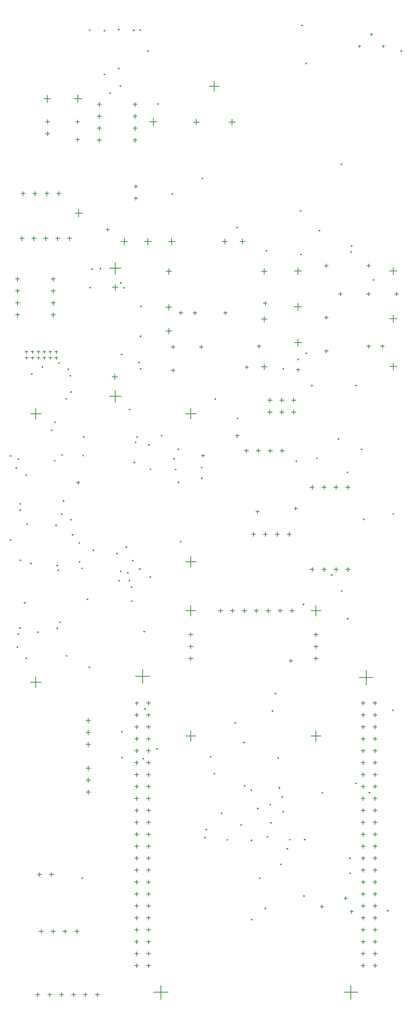
<source format=gbr>
G04 Layer_Color=128*
%FSLAX26Y26*%
%MOIN*%
%TF.FileFunction,Drillmap*%
%TF.Part,Single*%
G01*
G75*
%TA.AperFunction,NonConductor*%
%ADD148C,0.005000*%
D148*
X587620Y6877000D02*
X650612Y6877000D01*
X619116Y6845504D02*
X619116Y6908496D01*
X285584Y859252D02*
X321017Y859252D01*
X303300Y841535D02*
X303300Y876968D01*
X385584Y859252D02*
X421017Y859252D01*
X403300Y841535D02*
X403300Y876968D01*
X485584Y859252D02*
X521016Y859252D01*
X503300Y841535D02*
X503300Y876968D01*
X585583Y859252D02*
X621016Y859252D01*
X603300Y841535D02*
X603300Y876968D01*
X680015Y2626410D02*
X719385Y2626410D01*
X699700Y2606725D02*
X699700Y2646095D01*
X680015Y2526410D02*
X719385Y2526410D01*
X699700Y2506725D02*
X699700Y2546095D01*
X680015Y2426410D02*
X719385Y2426410D01*
X699700Y2406725D02*
X699700Y2446095D01*
X680015Y2026410D02*
X719385Y2026410D01*
X699700Y2006725D02*
X699700Y2046095D01*
X680015Y2126410D02*
X719385Y2126410D01*
X699700Y2106725D02*
X699700Y2146095D01*
X680015Y2226410D02*
X719385Y2226410D01*
X699700Y2206725D02*
X699700Y2246095D01*
X1791984Y3546410D02*
X1827417Y3546410D01*
X1809700Y3528693D02*
X1809700Y3564126D01*
X1891984Y3546410D02*
X1927417Y3546410D01*
X1909700Y3528693D02*
X1909700Y3564126D01*
X1991984Y3546410D02*
X2027417Y3546410D01*
X2009700Y3528693D02*
X2009700Y3564126D01*
X2091983Y3546410D02*
X2127416Y3546410D01*
X2109700Y3528693D02*
X2109700Y3564126D01*
X2291983Y3546410D02*
X2327416Y3546410D01*
X2309700Y3528693D02*
X2309700Y3564126D01*
X2391983Y3546410D02*
X2427416Y3546410D01*
X2409700Y3528693D02*
X2409700Y3564126D01*
X2191983Y3546410D02*
X2227416Y3546410D01*
X2209700Y3528693D02*
X2209700Y3564126D01*
X271986Y1336410D02*
X307418Y1336410D01*
X289702Y1318694D02*
X289702Y1354127D01*
X371986Y1336410D02*
X407418Y1336410D01*
X389702Y1318694D02*
X389702Y1354127D01*
X1541984Y3346410D02*
X1577417Y3346410D01*
X1559700Y3328693D02*
X1559700Y3364126D01*
X1541984Y3246410D02*
X1577417Y3246410D01*
X1559700Y3228693D02*
X1559700Y3264126D01*
X1541984Y3146410D02*
X1577417Y3146410D01*
X1559700Y3128693D02*
X1559700Y3164126D01*
X2591983Y3346410D02*
X2627416Y3346410D01*
X2609700Y3328693D02*
X2609700Y3364126D01*
X2591983Y3246410D02*
X2627416Y3246410D01*
X2609700Y3228693D02*
X2609700Y3264126D01*
X2591983Y3146410D02*
X2627416Y3146410D01*
X2609700Y3128693D02*
X2609700Y3164126D01*
X1517200Y3546410D02*
X1602200Y3546410D01*
X1559700Y3503910D02*
X1559700Y3588910D01*
X2567200Y2496410D02*
X2652200Y2496410D01*
X2609700Y2453910D02*
X2609700Y2538910D01*
X2567200Y3546410D02*
X2652200Y3546410D01*
X2609700Y3503910D02*
X2609700Y3588910D01*
X1517200Y2496410D02*
X1602200Y2496410D01*
X1559700Y2453910D02*
X1559700Y2538910D01*
X214700Y5196410D02*
X304700Y5196410D01*
X259700Y5151410D02*
X259700Y5241410D01*
X1514700Y5196410D02*
X1604700Y5196410D01*
X1559700Y5151410D02*
X1559700Y5241410D01*
X214700Y2946410D02*
X304700Y2946410D01*
X259700Y2901410D02*
X259700Y2991410D01*
X1514700Y3956410D02*
X1604700Y3956410D01*
X1559700Y3911410D02*
X1559700Y4001410D01*
X2843261Y348426D02*
X2961371Y348426D01*
X2902316Y289371D02*
X2902316Y407481D01*
X1249369Y348426D02*
X1367479Y348426D01*
X1308424Y289371D02*
X1308424Y407481D01*
X1096315Y2997000D02*
X1214425Y2997000D01*
X1155370Y2937945D02*
X1155370Y3056055D01*
X2971213Y2986220D02*
X3089323Y2986220D01*
X3030268Y2927165D02*
X3030268Y3045275D01*
X1370227Y6640158D02*
X1425345Y6640158D01*
X1397786Y6612599D02*
X1397786Y6667717D01*
X1971409Y6640158D02*
X2014716Y6640158D01*
X1993062Y6618505D02*
X1993062Y6661811D01*
X1822591Y6640158D02*
X1865898Y6640158D01*
X1844244Y6618505D02*
X1844244Y6661811D01*
X973377Y6640158D02*
X1028495Y6640158D01*
X1000936Y6612599D02*
X1000936Y6667717D01*
X1171803Y6640158D02*
X1226921Y6640158D01*
X1199362Y6612599D02*
X1199362Y6667717D01*
X1396094Y5559960D02*
X1426094Y5559960D01*
X1411094Y5544960D02*
X1411094Y5574960D01*
X1396094Y5756812D02*
X1426094Y5756812D01*
X1411094Y5741812D02*
X1411094Y5771812D01*
X1632314Y5756812D02*
X1662314Y5756812D01*
X1647314Y5741812D02*
X1647314Y5771812D01*
X1578260Y6042402D02*
X1608260Y6042402D01*
X1593260Y6027402D02*
X1593260Y6057402D01*
X1460150Y6042402D02*
X1490150Y6042402D01*
X1475150Y6027402D02*
X1475150Y6057402D01*
X1834164Y6042402D02*
X1864164Y6042402D01*
X1849164Y6027402D02*
X1849164Y6057402D01*
X2168810Y6121142D02*
X2198810Y6121142D01*
X2183810Y6106142D02*
X2183810Y6136142D01*
X2680622Y6436102D02*
X2710622Y6436102D01*
X2695622Y6421102D02*
X2695622Y6451102D01*
X3034952Y6436102D02*
X3064952Y6436102D01*
X3049952Y6421102D02*
X3049952Y6451102D01*
X3271172Y6199882D02*
X3301172Y6199882D01*
X3286172Y6184882D02*
X3286172Y6214882D01*
X3034952Y6199882D02*
X3064952Y6199882D01*
X3049952Y6184882D02*
X3049952Y6214882D01*
X2798732Y6199882D02*
X2828732Y6199882D01*
X2813732Y6184882D02*
X2813732Y6214882D01*
X2680622Y6003032D02*
X2710622Y6003032D01*
X2695622Y5988032D02*
X2695622Y6018032D01*
X2444402Y5564960D02*
X2474402Y5564960D01*
X2459402Y5549960D02*
X2459402Y5579960D01*
X2680622Y5722442D02*
X2710622Y5722442D01*
X2695622Y5707442D02*
X2695622Y5737442D01*
X3034952Y5761812D02*
X3064952Y5761812D01*
X3049952Y5746812D02*
X3049952Y5776812D01*
X3153064Y5761812D02*
X3183064Y5761812D01*
X3168064Y5746812D02*
X3168064Y5776812D01*
X256644Y328740D02*
X292077Y328740D01*
X274360Y311024D02*
X274360Y346457D01*
X356644Y328740D02*
X392077Y328740D01*
X374360Y311024D02*
X374360Y346457D01*
X456644Y328740D02*
X492077Y328740D01*
X474360Y311024D02*
X474360Y346457D01*
X556644Y328740D02*
X592077Y328740D01*
X574360Y311024D02*
X574360Y346457D01*
X656644Y328740D02*
X692077Y328740D01*
X674360Y311024D02*
X674360Y346457D01*
X756644Y328740D02*
X792077Y328740D01*
X774360Y311024D02*
X774360Y346457D01*
X1085384Y7101180D02*
X1112944Y7101180D01*
X1099164Y7087400D02*
X1099164Y7114959D01*
X1085384Y7001180D02*
X1112944Y7001180D01*
X1099164Y6987400D02*
X1099164Y7014959D01*
X773970Y7787796D02*
X809403Y7787796D01*
X791686Y7770079D02*
X791686Y7805512D01*
X773970Y7687796D02*
X809403Y7687796D01*
X791686Y7670079D02*
X791686Y7705512D01*
X773970Y7587796D02*
X809403Y7587796D01*
X791686Y7570079D02*
X791686Y7605512D01*
X773970Y7487796D02*
X809403Y7487796D01*
X791686Y7470079D02*
X791686Y7505512D01*
X1073969Y7787796D02*
X1109402Y7787796D01*
X1091686Y7770079D02*
X1091686Y7805512D01*
X1073969Y7687796D02*
X1109402Y7687796D01*
X1091686Y7670079D02*
X1091686Y7705512D01*
X1073969Y7587796D02*
X1109402Y7587796D01*
X1091686Y7570079D02*
X1091686Y7605512D01*
X1073969Y7487796D02*
X1109402Y7487796D01*
X1091686Y7470079D02*
X1091686Y7505512D01*
X86963Y6324606D02*
X122397Y6324606D01*
X104680Y6306890D02*
X104680Y6342323D01*
X86963Y6224606D02*
X122397Y6224606D01*
X104680Y6206890D02*
X104680Y6242323D01*
X86963Y6124606D02*
X122397Y6124606D01*
X104680Y6106890D02*
X104680Y6142323D01*
X86963Y6024606D02*
X122397Y6024606D01*
X104680Y6006890D02*
X104680Y6042323D01*
X386964Y6324606D02*
X422397Y6324606D01*
X404680Y6306890D02*
X404680Y6342323D01*
X386964Y6224606D02*
X422397Y6224606D01*
X404680Y6206890D02*
X404680Y6242323D01*
X386964Y6124606D02*
X422397Y6124606D01*
X404680Y6106890D02*
X404680Y6142323D01*
X386964Y6024606D02*
X422397Y6024606D01*
X404680Y6006890D02*
X404680Y6042323D01*
X3229874Y6391732D02*
X3288930Y6391732D01*
X3259402Y6362204D02*
X3259402Y6421260D01*
X3229874Y5991732D02*
X3288930Y5991732D01*
X3259402Y5962204D02*
X3259402Y6021260D01*
X3229874Y5591732D02*
X3288930Y5591732D01*
X3259402Y5562204D02*
X3259402Y5621260D01*
X2429874Y6391732D02*
X2488930Y6391732D01*
X2459402Y6362204D02*
X2459402Y6421260D01*
X2429874Y5791732D02*
X2488930Y5791732D01*
X2459402Y5762204D02*
X2459402Y5821260D01*
X2429874Y6091732D02*
X2488930Y6091732D01*
X2459402Y6062204D02*
X2459402Y6121260D01*
X594008Y7494094D02*
X624008Y7494094D01*
X609008Y7479094D02*
X609008Y7509094D01*
X594008Y7643700D02*
X624008Y7643700D01*
X609008Y7628700D02*
X609008Y7658700D01*
X1581000Y7640000D02*
X1631000Y7640000D01*
X1606000Y7615000D02*
X1606000Y7665000D01*
X1881000Y7640000D02*
X1931000Y7640000D01*
X1906000Y7615000D02*
X1906000Y7665000D01*
X1715000Y7940000D02*
X1797000Y7940000D01*
X1756000Y7899000D02*
X1756000Y7981000D01*
X225347Y6665158D02*
X260781Y6665158D01*
X243064Y6647441D02*
X243064Y6682874D01*
X325348Y6665158D02*
X360781Y6665158D01*
X343064Y6647441D02*
X343064Y6682874D01*
X425348Y6665158D02*
X460781Y6665158D01*
X443064Y6647441D02*
X443064Y6682874D01*
X525347Y6665158D02*
X560780Y6665158D01*
X543064Y6647441D02*
X543064Y6682874D01*
X125347Y6665158D02*
X160780Y6665158D01*
X143064Y6647441D02*
X143064Y6682874D01*
X2859796Y3891732D02*
X2895229Y3891732D01*
X2877512Y3874015D02*
X2877512Y3909448D01*
X2759796Y3891732D02*
X2795229Y3891732D01*
X2777512Y3874015D02*
X2777512Y3909448D01*
X2659796Y3891732D02*
X2695229Y3891732D01*
X2677512Y3874015D02*
X2677512Y3909448D01*
X2559796Y3891732D02*
X2595229Y3891732D01*
X2577512Y3874015D02*
X2577512Y3909448D01*
X133811Y7041338D02*
X169244Y7041338D01*
X151528Y7023622D02*
X151528Y7059055D01*
X233811Y7041338D02*
X269245Y7041338D01*
X251528Y7023622D02*
X251528Y7059055D01*
X333812Y7041338D02*
X369245Y7041338D01*
X351528Y7023622D02*
X351528Y7059055D01*
X433812Y7041338D02*
X469245Y7041338D01*
X451528Y7023622D02*
X451528Y7059055D01*
X2859796Y4580708D02*
X2895229Y4580708D01*
X2877512Y4562992D02*
X2877512Y4598425D01*
X2759796Y4580708D02*
X2795229Y4580708D01*
X2777512Y4562992D02*
X2777512Y4598425D01*
X2659796Y4580708D02*
X2695229Y4580708D01*
X2677512Y4562992D02*
X2677512Y4598425D01*
X2559796Y4580708D02*
X2595229Y4580708D01*
X2577512Y4562992D02*
X2577512Y4598425D01*
X2308613Y4885826D02*
X2344046Y4885826D01*
X2326330Y4868109D02*
X2326330Y4903542D01*
X2208613Y4885826D02*
X2244046Y4885826D01*
X2226330Y4868109D02*
X2226330Y4903542D01*
X2108613Y4885826D02*
X2144046Y4885826D01*
X2126330Y4868109D02*
X2126330Y4903542D01*
X2008613Y4885826D02*
X2044046Y4885826D01*
X2026330Y4868109D02*
X2026330Y4903542D01*
X2367669Y4187008D02*
X2403102Y4187008D01*
X2385386Y4169292D02*
X2385386Y4204725D01*
X2267669Y4187008D02*
X2303102Y4187008D01*
X2285386Y4169292D02*
X2285386Y4204725D01*
X2167669Y4187008D02*
X2203102Y4187008D01*
X2185386Y4169292D02*
X2185386Y4204725D01*
X2067669Y4187008D02*
X2103102Y4187008D01*
X2085386Y4169292D02*
X2085386Y4204725D01*
X2964700Y8276410D02*
X2984700Y8276410D01*
X2974700Y8266410D02*
X2974700Y8286410D01*
X3164700Y8276410D02*
X3184700Y8276410D01*
X3174700Y8266410D02*
X3174700Y8286410D01*
X3064700Y8376410D02*
X3084700Y8376410D01*
X3074700Y8366410D02*
X3074700Y8386410D01*
X2205465Y5310630D02*
X2240898Y5310630D01*
X2223182Y5292913D02*
X2223182Y5328346D01*
X2305465Y5310630D02*
X2340898Y5310630D01*
X2323182Y5292913D02*
X2323182Y5328346D01*
X2405465Y5310630D02*
X2440898Y5310630D01*
X2423182Y5292913D02*
X2423182Y5328346D01*
X2405465Y5210630D02*
X2440898Y5210630D01*
X2423182Y5192913D02*
X2423182Y5228346D01*
X2305465Y5210630D02*
X2340898Y5210630D01*
X2323182Y5192913D02*
X2323182Y5228346D01*
X2205465Y5210630D02*
X2240898Y5210630D01*
X2223182Y5192913D02*
X2223182Y5228346D01*
X2150346Y5588190D02*
X2197590Y5588190D01*
X2173968Y5564568D02*
X2173968Y5611812D01*
X2150346Y6388190D02*
X2197590Y6388190D01*
X2173968Y6364568D02*
X2173968Y6411812D01*
X1350346Y5888190D02*
X1397590Y5888190D01*
X1373968Y5864568D02*
X1373968Y5911812D01*
X1350346Y6088190D02*
X1397590Y6088190D01*
X1373968Y6064568D02*
X1373968Y6111812D01*
X1350346Y6388190D02*
X1397590Y6388190D01*
X1373968Y6364568D02*
X1373968Y6411812D01*
X2150346Y5988190D02*
X2197590Y5988190D01*
X2173968Y5964568D02*
X2173968Y6011812D01*
X898868Y5505622D02*
X945868Y5505622D01*
X922368Y5482122D02*
X922368Y5529122D01*
X900468Y6254222D02*
X947468Y6254222D01*
X923968Y6230722D02*
X923968Y6277722D01*
X873968Y6416122D02*
X973968Y6416122D01*
X923968Y6366122D02*
X923968Y6466122D01*
X873968Y5343722D02*
X973968Y5343722D01*
X923968Y5293722D02*
X923968Y5393722D01*
X1090370Y2772000D02*
X1120370Y2772000D01*
X1105370Y2757000D02*
X1105370Y2787000D01*
X2989622Y572000D02*
X3021118Y572000D01*
X3005370Y556252D02*
X3005370Y587748D01*
X2989622Y672000D02*
X3021118Y672000D01*
X3005370Y656252D02*
X3005370Y687748D01*
X2989622Y772000D02*
X3021118Y772000D01*
X3005370Y756252D02*
X3005370Y787748D01*
X2989622Y872000D02*
X3021118Y872000D01*
X3005370Y856252D02*
X3005370Y887748D01*
X2989622Y972000D02*
X3021118Y972000D01*
X3005370Y956252D02*
X3005370Y987748D01*
X2989622Y1072000D02*
X3021118Y1072000D01*
X3005370Y1056252D02*
X3005370Y1087748D01*
X2989622Y1172000D02*
X3021118Y1172000D01*
X3005370Y1156252D02*
X3005370Y1187748D01*
X2989622Y1272000D02*
X3021118Y1272000D01*
X3005370Y1256252D02*
X3005370Y1287748D01*
X2989622Y1372000D02*
X3021118Y1372000D01*
X3005370Y1356252D02*
X3005370Y1387748D01*
X2989622Y1472000D02*
X3021118Y1472000D01*
X3005370Y1456252D02*
X3005370Y1487748D01*
X2989622Y1572000D02*
X3021118Y1572000D01*
X3005370Y1556252D02*
X3005370Y1587748D01*
X2989622Y1672000D02*
X3021118Y1672000D01*
X3005370Y1656252D02*
X3005370Y1687748D01*
X2989622Y1772000D02*
X3021118Y1772000D01*
X3005370Y1756252D02*
X3005370Y1787748D01*
X2989622Y1872000D02*
X3021118Y1872000D01*
X3005370Y1856252D02*
X3005370Y1887748D01*
X2989622Y1972000D02*
X3021118Y1972000D01*
X3005370Y1956252D02*
X3005370Y1987748D01*
X2989622Y2072000D02*
X3021118Y2072000D01*
X3005370Y2056252D02*
X3005370Y2087748D01*
X2989622Y2172000D02*
X3021118Y2172000D01*
X3005370Y2156252D02*
X3005370Y2187748D01*
X2989622Y2272000D02*
X3021118Y2272000D01*
X3005370Y2256252D02*
X3005370Y2287748D01*
X2989622Y2372000D02*
X3021118Y2372000D01*
X3005370Y2356252D02*
X3005370Y2387748D01*
X2989622Y2472000D02*
X3021118Y2472000D01*
X3005370Y2456252D02*
X3005370Y2487748D01*
X2989622Y2572000D02*
X3021118Y2572000D01*
X3005370Y2556252D02*
X3005370Y2587748D01*
X2989622Y2672000D02*
X3021118Y2672000D01*
X3005370Y2656252D02*
X3005370Y2687748D01*
X3089622Y572000D02*
X3121118Y572000D01*
X3105370Y556252D02*
X3105370Y587748D01*
X3089622Y672000D02*
X3121118Y672000D01*
X3105370Y656252D02*
X3105370Y687748D01*
X3089622Y772000D02*
X3121118Y772000D01*
X3105370Y756252D02*
X3105370Y787748D01*
X3089622Y872000D02*
X3121118Y872000D01*
X3105370Y856252D02*
X3105370Y887748D01*
X3089622Y972000D02*
X3121118Y972000D01*
X3105370Y956252D02*
X3105370Y987748D01*
X3089622Y1072000D02*
X3121118Y1072000D01*
X3105370Y1056252D02*
X3105370Y1087748D01*
X3089622Y1172000D02*
X3121118Y1172000D01*
X3105370Y1156252D02*
X3105370Y1187748D01*
X3089622Y1272000D02*
X3121118Y1272000D01*
X3105370Y1256252D02*
X3105370Y1287748D01*
X3089622Y1372000D02*
X3121118Y1372000D01*
X3105370Y1356252D02*
X3105370Y1387748D01*
X3089622Y1472000D02*
X3121118Y1472000D01*
X3105370Y1456252D02*
X3105370Y1487748D01*
X3089622Y1572000D02*
X3121118Y1572000D01*
X3105370Y1556252D02*
X3105370Y1587748D01*
X3089622Y1672000D02*
X3121118Y1672000D01*
X3105370Y1656252D02*
X3105370Y1687748D01*
X3089622Y1772000D02*
X3121118Y1772000D01*
X3105370Y1756252D02*
X3105370Y1787748D01*
X3089622Y1872000D02*
X3121118Y1872000D01*
X3105370Y1856252D02*
X3105370Y1887748D01*
X3089622Y1972000D02*
X3121118Y1972000D01*
X3105370Y1956252D02*
X3105370Y1987748D01*
X3089622Y2072000D02*
X3121118Y2072000D01*
X3105370Y2056252D02*
X3105370Y2087748D01*
X3089622Y2172000D02*
X3121118Y2172000D01*
X3105370Y2156252D02*
X3105370Y2187748D01*
X3089622Y2272000D02*
X3121118Y2272000D01*
X3105370Y2256252D02*
X3105370Y2287748D01*
X3089622Y2372000D02*
X3121118Y2372000D01*
X3105370Y2356252D02*
X3105370Y2387748D01*
X3089622Y2472000D02*
X3121118Y2472000D01*
X3105370Y2456252D02*
X3105370Y2487748D01*
X3089622Y2572000D02*
X3121118Y2572000D01*
X3105370Y2556252D02*
X3105370Y2587748D01*
X3089622Y2672000D02*
X3121118Y2672000D01*
X3105370Y2656252D02*
X3105370Y2687748D01*
X3089622Y2772000D02*
X3121118Y2772000D01*
X3105370Y2756252D02*
X3105370Y2787748D01*
X2989622Y2772000D02*
X3021118Y2772000D01*
X3005370Y2756252D02*
X3005370Y2787748D01*
X1089622Y572000D02*
X1121118Y572000D01*
X1105370Y556252D02*
X1105370Y587748D01*
X1089622Y672000D02*
X1121118Y672000D01*
X1105370Y656252D02*
X1105370Y687748D01*
X1089622Y772000D02*
X1121118Y772000D01*
X1105370Y756252D02*
X1105370Y787748D01*
X1089622Y872000D02*
X1121118Y872000D01*
X1105370Y856252D02*
X1105370Y887748D01*
X1089622Y972000D02*
X1121118Y972000D01*
X1105370Y956252D02*
X1105370Y987748D01*
X1089622Y1072000D02*
X1121118Y1072000D01*
X1105370Y1056252D02*
X1105370Y1087748D01*
X1089622Y1172000D02*
X1121118Y1172000D01*
X1105370Y1156252D02*
X1105370Y1187748D01*
X1089622Y1272000D02*
X1121118Y1272000D01*
X1105370Y1256252D02*
X1105370Y1287748D01*
X1089622Y1372000D02*
X1121118Y1372000D01*
X1105370Y1356252D02*
X1105370Y1387748D01*
X1089622Y1472000D02*
X1121118Y1472000D01*
X1105370Y1456252D02*
X1105370Y1487748D01*
X1089622Y1572000D02*
X1121118Y1572000D01*
X1105370Y1556252D02*
X1105370Y1587748D01*
X1089622Y1672000D02*
X1121118Y1672000D01*
X1105370Y1656252D02*
X1105370Y1687748D01*
X1089622Y1772000D02*
X1121118Y1772000D01*
X1105370Y1756252D02*
X1105370Y1787748D01*
X1089622Y1872000D02*
X1121118Y1872000D01*
X1105370Y1856252D02*
X1105370Y1887748D01*
X1089622Y1972000D02*
X1121118Y1972000D01*
X1105370Y1956252D02*
X1105370Y1987748D01*
X1089622Y2072000D02*
X1121118Y2072000D01*
X1105370Y2056252D02*
X1105370Y2087748D01*
X1089622Y2172000D02*
X1121118Y2172000D01*
X1105370Y2156252D02*
X1105370Y2187748D01*
X1089622Y2272000D02*
X1121118Y2272000D01*
X1105370Y2256252D02*
X1105370Y2287748D01*
X1089622Y2372000D02*
X1121118Y2372000D01*
X1105370Y2356252D02*
X1105370Y2387748D01*
X1089622Y2472000D02*
X1121118Y2472000D01*
X1105370Y2456252D02*
X1105370Y2487748D01*
X1089622Y2572000D02*
X1121118Y2572000D01*
X1105370Y2556252D02*
X1105370Y2587748D01*
X1089622Y2672000D02*
X1121118Y2672000D01*
X1105370Y2656252D02*
X1105370Y2687748D01*
X1189622Y572000D02*
X1221118Y572000D01*
X1205370Y556252D02*
X1205370Y587748D01*
X1189622Y672000D02*
X1221118Y672000D01*
X1205370Y656252D02*
X1205370Y687748D01*
X1189622Y772000D02*
X1221118Y772000D01*
X1205370Y756252D02*
X1205370Y787748D01*
X1189622Y872000D02*
X1221118Y872000D01*
X1205370Y856252D02*
X1205370Y887748D01*
X1189622Y972000D02*
X1221118Y972000D01*
X1205370Y956252D02*
X1205370Y987748D01*
X1189622Y1072000D02*
X1221118Y1072000D01*
X1205370Y1056252D02*
X1205370Y1087748D01*
X1189622Y1172000D02*
X1221118Y1172000D01*
X1205370Y1156252D02*
X1205370Y1187748D01*
X1189622Y1272000D02*
X1221118Y1272000D01*
X1205370Y1256252D02*
X1205370Y1287748D01*
X1189622Y1372000D02*
X1221118Y1372000D01*
X1205370Y1356252D02*
X1205370Y1387748D01*
X1189622Y1472000D02*
X1221118Y1472000D01*
X1205370Y1456252D02*
X1205370Y1487748D01*
X1189622Y1572000D02*
X1221118Y1572000D01*
X1205370Y1556252D02*
X1205370Y1587748D01*
X1189622Y1672000D02*
X1221118Y1672000D01*
X1205370Y1656252D02*
X1205370Y1687748D01*
X1189622Y1772000D02*
X1221118Y1772000D01*
X1205370Y1756252D02*
X1205370Y1787748D01*
X1189622Y1872000D02*
X1221118Y1872000D01*
X1205370Y1856252D02*
X1205370Y1887748D01*
X1189622Y1972000D02*
X1221118Y1972000D01*
X1205370Y1956252D02*
X1205370Y1987748D01*
X1189622Y2072000D02*
X1221118Y2072000D01*
X1205370Y2056252D02*
X1205370Y2087748D01*
X1189622Y2172000D02*
X1221118Y2172000D01*
X1205370Y2156252D02*
X1205370Y2187748D01*
X1189622Y2272000D02*
X1221118Y2272000D01*
X1205370Y2256252D02*
X1205370Y2287748D01*
X1189622Y2372000D02*
X1221118Y2372000D01*
X1205370Y2356252D02*
X1205370Y2387748D01*
X1189622Y2472000D02*
X1221118Y2472000D01*
X1205370Y2456252D02*
X1205370Y2487748D01*
X1189622Y2572000D02*
X1221118Y2572000D01*
X1205370Y2556252D02*
X1205370Y2587748D01*
X1189622Y2672000D02*
X1221118Y2672000D01*
X1205370Y2656252D02*
X1205370Y2687748D01*
X1189622Y2772000D02*
X1221118Y2772000D01*
X1205370Y2756252D02*
X1205370Y2787748D01*
X1213504Y7641000D02*
X1276496Y7641000D01*
X1245000Y7609504D02*
X1245000Y7672496D01*
X337015Y7644094D02*
X376385Y7644094D01*
X356700Y7624409D02*
X356700Y7663779D01*
X337015Y7544094D02*
X376385Y7544094D01*
X356700Y7524409D02*
X356700Y7563779D01*
X580504Y7837000D02*
X643496Y7837000D01*
X612000Y7805504D02*
X612000Y7868496D01*
X323504Y7836000D02*
X386496Y7836000D01*
X355000Y7804504D02*
X355000Y7867496D01*
X369488Y5664568D02*
X391756Y5664568D01*
X380622Y5653434D02*
X380622Y5675702D01*
X219488Y5664568D02*
X241756Y5664568D01*
X230622Y5653434D02*
X230622Y5675702D01*
X269488Y5664568D02*
X291756Y5664568D01*
X280622Y5653434D02*
X280622Y5675702D01*
X169488Y5664568D02*
X191756Y5664568D01*
X180622Y5653434D02*
X180622Y5675702D01*
X319488Y5664568D02*
X341756Y5664568D01*
X330622Y5653434D02*
X330622Y5675702D01*
X419488Y5664568D02*
X441756Y5664568D01*
X430622Y5653434D02*
X430622Y5675702D01*
X169488Y5714568D02*
X191756Y5714568D01*
X180622Y5703434D02*
X180622Y5725702D01*
X219488Y5714568D02*
X241756Y5714568D01*
X230622Y5703434D02*
X230622Y5725702D01*
X269488Y5714568D02*
X291756Y5714568D01*
X280622Y5703434D02*
X280622Y5725702D01*
X319488Y5714568D02*
X341756Y5714568D01*
X330622Y5703434D02*
X330622Y5725702D01*
X369488Y5714568D02*
X391756Y5714568D01*
X380622Y5703434D02*
X380622Y5725702D01*
X419488Y5714568D02*
X441756Y5714568D01*
X430622Y5703434D02*
X430622Y5725702D01*
X2895116Y1024236D02*
X2923116Y1024236D01*
X2909116Y1010236D02*
X2909116Y1038236D01*
X2736095Y3845000D02*
X2747905Y3845000D01*
X2742000Y3839095D02*
X2742000Y3850905D01*
X3206095Y1032000D02*
X3217905Y1032000D01*
X3212000Y1026094D02*
X3212000Y1037906D01*
X2845116Y1137000D02*
X2873116Y1137000D01*
X2859116Y1123000D02*
X2859116Y1151000D01*
X2645116Y1067000D02*
X2673116Y1067000D01*
X2659116Y1053000D02*
X2659116Y1081000D01*
X3053211Y2022000D02*
X3065021Y2022000D01*
X3059116Y2016094D02*
X3059116Y2027906D01*
X2940052Y2100528D02*
X2951863Y2100528D01*
X2945958Y2094622D02*
X2945958Y2106434D01*
X1269243Y2388000D02*
X1281053Y2388000D01*
X1275148Y2382095D02*
X1275148Y2393905D01*
X1168210Y2722000D02*
X1180022Y2722000D01*
X1174116Y2716095D02*
X1174116Y2727905D01*
X2520095Y8133000D02*
X2531905Y8133000D01*
X2526000Y8127095D02*
X2526000Y8138905D01*
X948794Y8090700D02*
X960606Y8090700D01*
X954700Y8084794D02*
X954700Y8096605D01*
X828794Y8040700D02*
X840606Y8040700D01*
X834700Y8034794D02*
X834700Y8046605D01*
X704095Y8411000D02*
X715905Y8411000D01*
X710000Y8405094D02*
X710000Y8416906D01*
X1194094Y8236000D02*
X1205906Y8236000D01*
X1200000Y8230094D02*
X1200000Y8241906D01*
X1076122Y8408720D02*
X1087934Y8408720D01*
X1082028Y8402815D02*
X1082028Y8414626D01*
X1277789Y7793306D02*
X1289600Y7793306D01*
X1283694Y7787400D02*
X1283694Y7799212D01*
X828794Y8406410D02*
X840606Y8406410D01*
X834700Y8400504D02*
X834700Y8412316D01*
X948794Y8416410D02*
X960606Y8416410D01*
X954700Y8410504D02*
X954700Y8422316D01*
X703095Y3074000D02*
X714905Y3074000D01*
X709000Y3068095D02*
X709000Y3079905D01*
X974095Y2532000D02*
X985905Y2532000D01*
X980000Y2526095D02*
X980000Y2537905D01*
X2320095Y1985000D02*
X2331905Y1985000D01*
X2326000Y1979094D02*
X2326000Y1990906D01*
X2385700Y3126410D02*
X2413700Y3126410D01*
X2399700Y3112410D02*
X2399700Y3140410D01*
X1975094Y1751000D02*
X1986906Y1751000D01*
X1981000Y1745094D02*
X1981000Y1756906D01*
X643794Y1306410D02*
X655606Y1306410D01*
X649700Y1300505D02*
X649700Y1312315D01*
X2105700Y4376410D02*
X2133700Y4376410D01*
X2119700Y4362410D02*
X2119700Y4390410D01*
X2425700Y4401700D02*
X2453700Y4401700D01*
X2439700Y4387700D02*
X2439700Y4415700D01*
X1999465Y2442000D02*
X2011275Y2442000D01*
X2005370Y2436095D02*
X2005370Y2447905D01*
X1119094Y5626000D02*
X1130906Y5626000D01*
X1125000Y5620095D02*
X1125000Y5631905D01*
X2116159Y1888772D02*
X2127970Y1888772D01*
X2122064Y1882867D02*
X2122064Y1894678D01*
X1811159Y1848772D02*
X1822969Y1848772D01*
X1817064Y1842867D02*
X1817064Y1854678D01*
X2498677Y3598772D02*
X2510488Y3598772D01*
X2504582Y3592867D02*
X2504582Y3604677D01*
X1449465Y4622000D02*
X1461275Y4622000D01*
X1455370Y4616095D02*
X1455370Y4627905D01*
X422697Y4263000D02*
X434507Y4263000D01*
X428602Y4257095D02*
X428602Y4268905D01*
X617465Y4114000D02*
X629275Y4114000D01*
X623370Y4108095D02*
X623370Y4119905D01*
X620465Y3956000D02*
X632275Y3956000D01*
X626370Y3950095D02*
X626370Y3961905D01*
X2383465Y1628000D02*
X2395276Y1628000D01*
X2389370Y1622094D02*
X2389370Y1633906D01*
X2509465Y1629000D02*
X2521276Y1629000D01*
X2515370Y1623094D02*
X2515370Y1634906D01*
X470714Y4355000D02*
X482526Y4355000D01*
X476620Y4349095D02*
X476620Y4360905D01*
X2632465Y6731000D02*
X2644276Y6731000D01*
X2638370Y6725095D02*
X2638370Y6736905D01*
X2476465Y6897000D02*
X2488276Y6897000D01*
X2482370Y6891095D02*
X2482370Y6902905D01*
X848370Y6739000D02*
X876370Y6739000D01*
X862370Y6725000D02*
X862370Y6753000D01*
X2116370Y5761000D02*
X2144370Y5761000D01*
X2130370Y5747000D02*
X2130370Y5775000D01*
X2013370Y5585000D02*
X2041370Y5585000D01*
X2027370Y5571000D02*
X2027370Y5599000D01*
X1201465Y4936000D02*
X1213275Y4936000D01*
X1207370Y4930095D02*
X1207370Y4941905D01*
X386464Y5058000D02*
X398276Y5058000D01*
X392370Y5052095D02*
X392370Y5063905D01*
X413464Y5126000D02*
X425276Y5126000D01*
X419370Y5120095D02*
X419370Y5131905D01*
X1650094Y7168000D02*
X1661906Y7168000D01*
X1656000Y7162095D02*
X1656000Y7173905D01*
X1090465Y4957000D02*
X1102275Y4957000D01*
X1096370Y4951095D02*
X1096370Y4962905D01*
X1078465Y4790000D02*
X1090275Y4790000D01*
X1084370Y4784095D02*
X1084370Y4795905D01*
X1213465Y3830000D02*
X1225275Y3830000D01*
X1219370Y3824095D02*
X1219370Y3835905D01*
X1647370Y4845000D02*
X1675370Y4845000D01*
X1661370Y4831000D02*
X1661370Y4859000D01*
X1643465Y4747000D02*
X1655275Y4747000D01*
X1649370Y4741095D02*
X1649370Y4752905D01*
X650465Y4847000D02*
X662275Y4847000D01*
X656370Y4841095D02*
X656370Y4852905D01*
X1944465Y5157000D02*
X1956275Y5157000D01*
X1950370Y5151095D02*
X1950370Y5162905D01*
X2361465Y1553000D02*
X2373276Y1553000D01*
X2367370Y1547094D02*
X2367370Y1558906D01*
X1214465Y4731000D02*
X1226275Y4731000D01*
X1220370Y4725095D02*
X1220370Y4736905D01*
X471464Y4851000D02*
X483276Y4851000D01*
X477370Y4845095D02*
X477370Y4856905D01*
X107038Y3352362D02*
X118850Y3352362D01*
X112944Y3346456D02*
X112944Y3358267D01*
X88465Y4742000D02*
X100275Y4742000D01*
X94370Y4736095D02*
X94370Y4747905D01*
X1935370Y5011000D02*
X1963370Y5011000D01*
X1949370Y4997000D02*
X1949370Y5025000D01*
X123465Y3970000D02*
X135275Y3970000D01*
X129370Y3964095D02*
X129370Y3975905D01*
X2226465Y1769000D02*
X2238276Y1769000D01*
X2232370Y1763094D02*
X2232370Y1774906D01*
X173095Y3148000D02*
X184905Y3148000D01*
X179000Y3142095D02*
X179000Y3153905D01*
X1038094Y3800000D02*
X1049906Y3800000D01*
X1044000Y3794095D02*
X1044000Y3805905D01*
X2004094Y2079000D02*
X2015906Y2079000D01*
X2010000Y2073095D02*
X2010000Y2084905D01*
X2657253Y2021158D02*
X2669064Y2021158D01*
X2663158Y2015253D02*
X2663158Y2027063D01*
X2287095Y2312000D02*
X2298905Y2312000D01*
X2293000Y2306095D02*
X2293000Y2317905D01*
X508094Y5321008D02*
X519905Y5321008D01*
X514000Y5315102D02*
X514000Y5326913D01*
X990899Y6253000D02*
X1002710Y6253000D01*
X996804Y6247095D02*
X996804Y6258905D01*
X1133094Y5574000D02*
X1144906Y5574000D01*
X1139000Y5568095D02*
X1139000Y5579905D01*
X2868095Y4706000D02*
X2879905Y4706000D01*
X2874000Y4700095D02*
X2874000Y4711905D01*
X524095Y5570000D02*
X535905Y5570000D01*
X530000Y5564095D02*
X530000Y5575905D01*
X977095Y2316654D02*
X988905Y2316654D01*
X983000Y2310749D02*
X983000Y2322559D01*
X542375Y5514440D02*
X554186Y5514440D01*
X548280Y5508534D02*
X548280Y5520346D01*
X108094Y4816930D02*
X119906Y4816930D01*
X114000Y4811025D02*
X114000Y4822836D01*
X171095Y4683000D02*
X182905Y4683000D01*
X177000Y4677095D02*
X177000Y4688905D01*
X3004095Y4313000D02*
X3015905Y4313000D01*
X3010000Y4307095D02*
X3010000Y4318905D01*
X2061095Y2043000D02*
X2072905Y2043000D01*
X2067000Y2037094D02*
X2067000Y2048905D01*
X2196095Y1651322D02*
X2207905Y1651322D01*
X2202000Y1645417D02*
X2202000Y1657227D01*
X2898095Y6552000D02*
X2909905Y6552000D01*
X2904000Y6546095D02*
X2904000Y6557905D01*
X447094Y5621000D02*
X458906Y5621000D01*
X453000Y5615095D02*
X453000Y5626905D01*
X213095Y3941748D02*
X224905Y3941748D01*
X219000Y3935843D02*
X219000Y3947653D01*
X962095Y7942914D02*
X973905Y7942914D01*
X968000Y7937008D02*
X968000Y7948819D01*
X2611095Y4824000D02*
X2622905Y4824000D01*
X2617000Y4818095D02*
X2617000Y4829905D01*
X2453497Y5652000D02*
X2465307Y5652000D01*
X2459402Y5646095D02*
X2459402Y5657905D01*
X411094Y4804000D02*
X422906Y4804000D01*
X417000Y4798095D02*
X417000Y4809905D01*
X966095Y6292000D02*
X977905Y6292000D01*
X972000Y6286095D02*
X972000Y6297905D01*
X599370Y4620000D02*
X627370Y4620000D01*
X613370Y4606000D02*
X613370Y4634000D01*
X1163094Y3371000D02*
X1174906Y3371000D01*
X1169000Y3365095D02*
X1169000Y3376905D01*
X1103465Y5003000D02*
X1115275Y5003000D01*
X1109370Y4997095D02*
X1109370Y5008905D01*
X98094Y3242000D02*
X109906Y3242000D01*
X104000Y3236095D02*
X104000Y3247905D01*
X1943094Y6757000D02*
X1954906Y6757000D01*
X1949000Y6751095D02*
X1949000Y6762905D01*
X2890095Y1347000D02*
X2901905Y1347000D01*
X2896000Y1341094D02*
X2896000Y1352906D01*
X2888441Y1471654D02*
X2900251Y1471654D01*
X2894346Y1465748D02*
X2894346Y1477560D01*
X1057551Y3627000D02*
X1069361Y3627000D01*
X1063456Y3621095D02*
X1063456Y3632905D01*
X2869095Y3479000D02*
X2880905Y3479000D01*
X2875000Y3473095D02*
X2875000Y3484905D01*
X511094Y3168000D02*
X522905Y3168000D01*
X517000Y3162095D02*
X517000Y3173905D01*
X1398094Y7039598D02*
X1409906Y7039598D01*
X1404000Y7033693D02*
X1404000Y7045503D01*
X3319095Y8236000D02*
X3330905Y8236000D01*
X3325000Y8230094D02*
X3325000Y8241906D01*
X3251095Y4358268D02*
X3262905Y4358268D01*
X3257000Y4352363D02*
X3257000Y4364173D01*
X2568465Y5433000D02*
X2580276Y5433000D01*
X2574370Y5427095D02*
X2574370Y5438905D01*
X2330465Y5573000D02*
X2342276Y5573000D01*
X2336370Y5567095D02*
X2336370Y5578905D01*
X2939465Y5434000D02*
X2951276Y5434000D01*
X2945370Y5428095D02*
X2945370Y5439905D01*
X2309796Y1421258D02*
X2321608Y1421258D01*
X2315702Y1415352D02*
X2315702Y1427164D01*
X2131095Y1305000D02*
X2142905Y1305000D01*
X2137000Y1299094D02*
X2137000Y1310906D01*
X640465Y3901000D02*
X652275Y3901000D01*
X646370Y3895095D02*
X646370Y3906905D01*
X158220Y3612204D02*
X170031Y3612204D01*
X164126Y3606298D02*
X164126Y3618110D01*
X1750738Y2181000D02*
X1762550Y2181000D01*
X1756644Y2175095D02*
X1756644Y2186905D01*
X1154094Y2307000D02*
X1165906Y2307000D01*
X1160000Y2301095D02*
X1160000Y2312905D01*
X876095Y7884000D02*
X887905Y7884000D01*
X882000Y7878095D02*
X882000Y7889905D01*
X934465Y4026000D02*
X946275Y4026000D01*
X940370Y4020095D02*
X940370Y4031905D01*
X1012465Y4080000D02*
X1024275Y4080000D01*
X1018370Y4074095D02*
X1018370Y4085905D01*
X1468094Y4126000D02*
X1479906Y4126000D01*
X1474000Y4120095D02*
X1474000Y4131905D01*
X563143Y4182404D02*
X574953Y4182404D01*
X569048Y4176498D02*
X569048Y4188310D01*
X1673968Y1645670D02*
X1685780Y1645670D01*
X1679874Y1639764D02*
X1679874Y1651575D01*
X1860465Y1627000D02*
X1872275Y1627000D01*
X1866370Y1621094D02*
X1866370Y1632906D01*
X2327512Y1862204D02*
X2339323Y1862204D01*
X2333418Y1856299D02*
X2333418Y1868110D01*
X431464Y3400000D02*
X443276Y3400000D01*
X437370Y3394095D02*
X437370Y3405905D01*
X180464Y4271000D02*
X192275Y4271000D01*
X186370Y4265095D02*
X186370Y4276905D01*
X952513Y3798228D02*
X964323Y3798228D01*
X958418Y3792323D02*
X958418Y3804133D01*
X2296017Y2062992D02*
X2307827Y2062992D01*
X2301922Y2057086D02*
X2301922Y2068898D01*
X2061465Y1622000D02*
X2073276Y1622000D01*
X2067370Y1616094D02*
X2067370Y1627906D01*
X2064095Y958662D02*
X2075905Y958662D01*
X2070000Y952756D02*
X2070000Y964567D01*
X3086095Y6318000D02*
X3097905Y6318000D01*
X3092000Y6312095D02*
X3092000Y6323905D01*
X2815700Y7287402D02*
X2827512Y7287402D01*
X2821606Y7281497D02*
X2821606Y7293307D01*
X2901465Y6604000D02*
X2913276Y6604000D01*
X2907370Y6598095D02*
X2907370Y6609905D01*
X2437749Y4799212D02*
X2449559Y4799212D01*
X2443654Y4793306D02*
X2443654Y4805118D01*
X1758094Y5319000D02*
X1769906Y5319000D01*
X1764000Y5313095D02*
X1764000Y5324905D01*
X2485977Y8450196D02*
X2497787Y8450196D01*
X2491882Y8444290D02*
X2491882Y8456102D01*
X307464Y5589000D02*
X319276Y5589000D01*
X313370Y5583095D02*
X313370Y5594905D01*
X119465Y3402000D02*
X131275Y3402000D01*
X125370Y3396095D02*
X125370Y3407905D01*
X269464Y3367000D02*
X281276Y3367000D01*
X275370Y3361095D02*
X275370Y3372905D01*
X485464Y4465000D02*
X497276Y4465000D01*
X491370Y4459095D02*
X491370Y4470905D01*
X432464Y3926000D02*
X444276Y3926000D01*
X438370Y3920095D02*
X438370Y3931905D01*
X1125465Y3896000D02*
X1137275Y3896000D01*
X1131370Y3890095D02*
X1131370Y3901905D01*
X736465Y4053000D02*
X748275Y4053000D01*
X742370Y4047095D02*
X742370Y4058905D01*
X1681842Y1712598D02*
X1693653Y1712598D01*
X1687748Y1706693D02*
X1687748Y1718504D01*
X1926465Y2607000D02*
X1938275Y2607000D01*
X1932370Y2601095D02*
X1932370Y2612905D01*
X1055859Y3744094D02*
X1067669Y3744094D01*
X1061764Y3738189D02*
X1061764Y3749999D01*
X2179512Y1052000D02*
X2191323Y1052000D01*
X2185418Y1046094D02*
X2185418Y1057906D01*
X2502119Y1156024D02*
X2513930Y1156024D01*
X2508024Y1150119D02*
X2508024Y1161929D01*
X1134599Y6096456D02*
X1146409Y6096456D01*
X1140504Y6090551D02*
X1140504Y6102361D01*
X709403Y6253938D02*
X721213Y6253938D01*
X715308Y6248033D02*
X715308Y6259843D01*
X2986278Y4897888D02*
X2998090Y4897888D01*
X2992184Y4891983D02*
X2992184Y4903793D01*
X654284Y5001968D02*
X666096Y5001968D01*
X660190Y4996062D02*
X660190Y5007873D01*
X2263095Y2852000D02*
X2274905Y2852000D01*
X2269000Y2846095D02*
X2269000Y2857905D01*
X1449559Y4899606D02*
X1461370Y4899606D01*
X1455464Y4893700D02*
X1455464Y4905511D01*
X2523095Y5704212D02*
X2534905Y5704212D01*
X2529000Y5698306D02*
X2529000Y5710118D01*
X1645094Y4655000D02*
X1656906Y4655000D01*
X1651000Y4649095D02*
X1651000Y4660905D01*
X1425937Y4730316D02*
X1437747Y4730316D01*
X1431842Y4724410D02*
X1431842Y4736221D01*
X1039094Y5231000D02*
X1050906Y5231000D01*
X1045000Y5225095D02*
X1045000Y5236905D01*
X122787Y4389764D02*
X134597Y4389764D01*
X128692Y4383859D02*
X128692Y4395669D01*
X2792095Y4985000D02*
X2803905Y4985000D01*
X2798000Y4979095D02*
X2798000Y4990905D01*
X2239095Y2706000D02*
X2250905Y2706000D01*
X2245000Y2700095D02*
X2245000Y2711905D01*
X3248095Y2712000D02*
X3259905Y2712000D01*
X3254000Y2706095D02*
X3254000Y2717905D01*
X1308094Y5014000D02*
X1319906Y5014000D01*
X1314000Y5008095D02*
X1314000Y5019905D01*
X686095Y3641000D02*
X697905Y3641000D01*
X692000Y3635095D02*
X692000Y3646905D01*
X2820465Y3711000D02*
X2832276Y3711000D01*
X2826370Y3705095D02*
X2826370Y3716905D01*
X2220095Y1922000D02*
X2231905Y1922000D01*
X2226000Y1916094D02*
X2226000Y1927906D01*
X122787Y4440944D02*
X134597Y4440944D01*
X128692Y4435038D02*
X128692Y4446850D01*
X967095Y3875000D02*
X978905Y3875000D01*
X973000Y3869095D02*
X973000Y3880905D01*
X1065094Y3967000D02*
X1076906Y3967000D01*
X1071000Y3961095D02*
X1071000Y3972905D01*
X1024362Y3862204D02*
X1036174Y3862204D01*
X1030268Y3856298D02*
X1030268Y3868110D01*
X43094Y4138000D02*
X54906Y4138000D01*
X49000Y4132095D02*
X49000Y4143905D01*
X1720094Y2322000D02*
X1731906Y2322000D01*
X1726000Y2316095D02*
X1726000Y2327905D01*
X43094Y4844000D02*
X54906Y4844000D01*
X49000Y4838095D02*
X49000Y4849905D01*
X440094Y3885000D02*
X451906Y3885000D01*
X446000Y3879095D02*
X446000Y3890905D01*
X454094Y3450788D02*
X465906Y3450788D01*
X460000Y3444883D02*
X460000Y3456693D01*
X548595Y5378500D02*
X560405Y5378500D01*
X554500Y5372595D02*
X554500Y5384405D01*
X2477095Y6531000D02*
X2488905Y6531000D01*
X2483000Y6525095D02*
X2483000Y6536905D01*
X2189465Y6562000D02*
X2201276Y6562000D01*
X2195370Y6556095D02*
X2195370Y6567905D01*
X972729Y5693930D02*
X984539Y5693930D01*
X978634Y5688025D02*
X978634Y5699836D01*
X1412728Y4818930D02*
X1424540Y4818930D01*
X1418634Y4813025D02*
X1418634Y4824836D01*
X547729Y4308930D02*
X559539Y4308930D01*
X553634Y4303025D02*
X553634Y4314836D01*
X1129794Y8411410D02*
X1141605Y8411410D01*
X1135700Y8405504D02*
X1135700Y8417316D01*
X1133094Y5845000D02*
X1144906Y5845000D01*
X1139000Y5839095D02*
X1139000Y5850905D01*
X794729Y6412930D02*
X806539Y6412930D01*
X800634Y6407025D02*
X800634Y6418836D01*
X725729Y6407930D02*
X737539Y6407930D01*
X731634Y6402025D02*
X731634Y6413836D01*
X219716Y5530568D02*
X231528Y5530568D01*
X225622Y5524663D02*
X225622Y5536474D01*
%TF.MD5,e772d94382ac2bf493341ec01e2710f1*%
M02*

</source>
